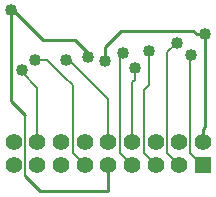
<source format=gbr>
G04 DipTrace 4.1.3.1*
G04 2 - Bottom.gbr*
%MOIN*%
G04 #@! TF.FileFunction,Copper,L2,Bot*
G04 #@! TF.Part,Single*
G04 #@! TA.AperFunction,Conductor*
%ADD13C,0.011417*%
%ADD14C,0.005906*%
%ADD15C,0.009843*%
G04 #@! TA.AperFunction,ComponentPad*
%ADD17R,0.055118X0.055118*%
%ADD18C,0.055118*%
G04 #@! TA.AperFunction,ViaPad*
%ADD19C,0.04*%
%FSLAX26Y26*%
G04*
G70*
G90*
G75*
G01*
G04 Bottom*
%LPD*%
X693618Y915005D2*
D14*
Y927786D1*
D15*
X650147Y971257D1*
X545556D1*
X446106Y1070707D1*
D14*
X438807D1*
D15*
Y765875D1*
X485524Y719159D1*
D14*
Y518018D1*
D15*
X535441Y468101D1*
X762756D1*
Y553661D1*
X1077717Y632402D2*
D13*
Y672587D1*
X1085710Y680580D1*
Y990335D1*
X1058311D1*
X1046537Y1002109D1*
X804778D1*
X751606Y948936D1*
Y900537D1*
D14*
X752917D1*
X1036634Y921820D2*
X1036219D1*
Y595159D1*
X1077717Y553661D1*
X899087Y934517D2*
Y821381D1*
X880583Y802877D1*
Y593315D1*
X920236Y553661D1*
X811081Y927799D2*
X802517Y919235D1*
Y592640D1*
X841496Y553661D1*
X850016Y877832D2*
Y838976D1*
X840824Y829784D1*
Y632402D1*
X841496D1*
X990986Y962076D2*
X958757Y929848D1*
Y593881D1*
X998976Y553661D1*
X621394Y903810D2*
X631915D1*
X762756Y772969D1*
Y632402D1*
X517091Y904873D2*
X559577D1*
X612113Y852337D1*
Y851719D1*
X644459Y819373D1*
Y593218D1*
X684016Y553661D1*
X526535Y632402D2*
Y810722D1*
X474154Y863104D1*
Y871606D1*
D19*
X693618Y915005D3*
X438807Y1070707D3*
X752917Y900537D3*
X1085710Y990335D3*
X899087Y934517D3*
X811081Y927799D3*
X850016Y877832D3*
X621394Y903810D3*
X517091Y904873D3*
X474154Y871606D3*
X1036634Y921820D3*
X990986Y962076D3*
D17*
X1077717Y553661D3*
D18*
Y632402D3*
X998976Y553661D3*
Y632402D3*
X920236Y553661D3*
Y632402D3*
X841496Y553661D3*
Y632402D3*
X762756Y553661D3*
Y632402D3*
X684016Y553661D3*
Y632402D3*
X605276Y553661D3*
Y632402D3*
X526535Y553661D3*
Y632402D3*
X447795Y553661D3*
Y632402D3*
M02*

</source>
